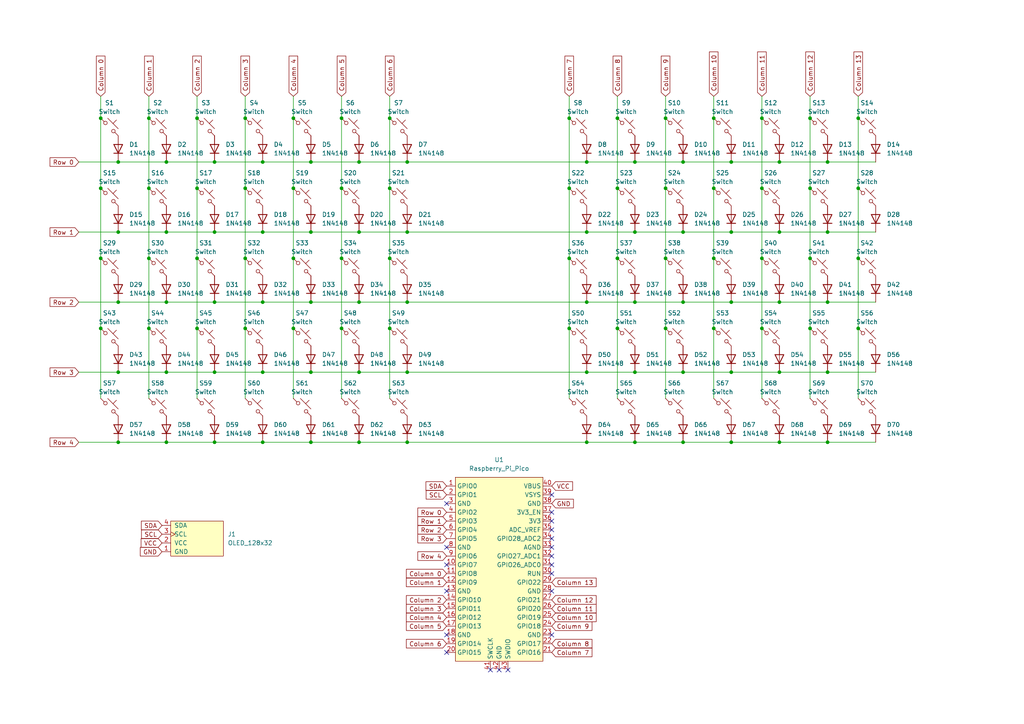
<source format=kicad_sch>
(kicad_sch (version 20230121) (generator eeschema)
  (paper "A4")
  (junction (at 62.23 128.27))
  (junction (at 184.15 107.95))
  (junction (at 234.95 34.29))
  (junction (at 99.06 34.29))
  (junction (at 248.92 54.61))
  (junction (at 43.18 95.25))
  (junction (at 170.18 128.27))
  (junction (at 184.15 67.31))
  (junction (at 220.98 74.93))
  (junction (at 198.12 107.95))
  (junction (at 234.95 95.25))
  (junction (at 179.07 34.29))
  (junction (at 104.14 107.95))
  (junction (at 43.18 34.29))
  (junction (at 212.09 128.27))
  (junction (at 104.14 67.31))
  (junction (at 48.26 107.95))
  (junction (at 48.26 87.63))
  (junction (at 234.95 74.93))
  (junction (at 240.03 87.63))
  (junction (at 57.15 74.93))
  (junction (at 34.29 46.99))
  (junction (at 118.11 46.99))
  (junction (at 118.11 67.31))
  (junction (at 179.07 95.25))
  (junction (at 43.18 54.61))
  (junction (at 193.04 34.29))
  (junction (at 104.14 128.27))
  (junction (at 193.04 54.61))
  (junction (at 90.17 87.63))
  (junction (at 240.03 128.27))
  (junction (at 165.1 95.25))
  (junction (at 220.98 54.61))
  (junction (at 29.21 34.29))
  (junction (at 240.03 67.31))
  (junction (at 240.03 107.95))
  (junction (at 240.03 46.99))
  (junction (at 184.15 128.27))
  (junction (at 48.26 46.99))
  (junction (at 226.06 87.63))
  (junction (at 207.01 54.61))
  (junction (at 226.06 67.31))
  (junction (at 99.06 74.93))
  (junction (at 165.1 74.93))
  (junction (at 76.2 67.31))
  (junction (at 198.12 87.63))
  (junction (at 34.29 128.27))
  (junction (at 170.18 87.63))
  (junction (at 207.01 95.25))
  (junction (at 220.98 34.29))
  (junction (at 198.12 67.31))
  (junction (at 62.23 87.63))
  (junction (at 118.11 107.95))
  (junction (at 62.23 46.99))
  (junction (at 29.21 95.25))
  (junction (at 34.29 67.31))
  (junction (at 179.07 74.93))
  (junction (at 76.2 107.95))
  (junction (at 226.06 128.27))
  (junction (at 234.95 54.61))
  (junction (at 90.17 107.95))
  (junction (at 198.12 46.99))
  (junction (at 207.01 74.93))
  (junction (at 170.18 107.95))
  (junction (at 193.04 95.25))
  (junction (at 198.12 128.27))
  (junction (at 104.14 46.99))
  (junction (at 85.09 74.93))
  (junction (at 104.14 87.63))
  (junction (at 57.15 95.25))
  (junction (at 165.1 34.29))
  (junction (at 90.17 46.99))
  (junction (at 226.06 46.99))
  (junction (at 57.15 54.61))
  (junction (at 48.26 128.27))
  (junction (at 90.17 128.27))
  (junction (at 76.2 46.99))
  (junction (at 184.15 87.63))
  (junction (at 212.09 107.95))
  (junction (at 113.03 95.25))
  (junction (at 29.21 54.61))
  (junction (at 113.03 54.61))
  (junction (at 193.04 74.93))
  (junction (at 170.18 67.31))
  (junction (at 165.1 54.61))
  (junction (at 113.03 34.29))
  (junction (at 71.12 74.93))
  (junction (at 179.07 54.61))
  (junction (at 71.12 54.61))
  (junction (at 113.03 74.93))
  (junction (at 118.11 128.27))
  (junction (at 248.92 95.25))
  (junction (at 90.17 67.31))
  (junction (at 62.23 67.31))
  (junction (at 248.92 74.93))
  (junction (at 34.29 87.63))
  (junction (at 57.15 34.29))
  (junction (at 212.09 87.63))
  (junction (at 248.92 34.29))
  (junction (at 71.12 34.29))
  (junction (at 212.09 46.99))
  (junction (at 85.09 34.29))
  (junction (at 226.06 107.95))
  (junction (at 85.09 95.25))
  (junction (at 76.2 128.27))
  (junction (at 118.11 87.63))
  (junction (at 34.29 107.95))
  (junction (at 212.09 67.31))
  (junction (at 85.09 54.61))
  (junction (at 62.23 107.95))
  (junction (at 99.06 95.25))
  (junction (at 207.01 34.29))
  (junction (at 71.12 95.25))
  (junction (at 220.98 95.25))
  (junction (at 99.06 54.61))
  (junction (at 76.2 87.63))
  (junction (at 29.21 74.93))
  (junction (at 184.15 46.99))
  (junction (at 170.18 46.99))
  (junction (at 43.18 74.93))
  (junction (at 48.26 67.31))
  (no_connect (at 160.02 143.51))
  (no_connect (at 160.02 163.83))
  (no_connect (at 129.54 146.05))
  (no_connect (at 144.78 194.31))
  (no_connect (at 147.32 194.31))
  (no_connect (at 129.54 189.23))
  (no_connect (at 160.02 171.45))
  (no_connect (at 160.02 158.75))
  (no_connect (at 142.24 194.31))
  (no_connect (at 160.02 148.59))
  (no_connect (at 129.54 163.83))
  (no_connect (at 160.02 166.37))
  (no_connect (at 160.02 184.15))
  (no_connect (at 129.54 171.45))
  (no_connect (at 160.02 153.67))
  (no_connect (at 160.02 161.29))
  (no_connect (at 160.02 151.13))
  (no_connect (at 129.54 184.15))
  (no_connect (at 129.54 158.75))
  (no_connect (at 160.02 156.21))
  (wire (pts (xy 118.11 107.95) (xy 170.18 107.95)))
  (wire (pts (xy 198.12 67.31) (xy 212.09 67.31)))
  (wire (pts (xy 212.09 87.63) (xy 226.06 87.63)))
  (wire (pts (xy 165.1 27.94) (xy 165.1 34.29)))
  (wire (pts (xy 248.92 74.93) (xy 248.92 95.25)))
  (wire (pts (xy 76.2 107.95) (xy 90.17 107.95)))
  (wire (pts (xy 43.18 74.93) (xy 43.18 95.25)))
  (wire (pts (xy 34.29 46.99) (xy 48.26 46.99)))
  (wire (pts (xy 248.92 34.29) (xy 248.92 54.61)))
  (wire (pts (xy 57.15 27.94) (xy 57.15 34.29)))
  (wire (pts (xy 99.06 54.61) (xy 99.06 74.93)))
  (wire (pts (xy 113.03 54.61) (xy 113.03 74.93)))
  (wire (pts (xy 170.18 107.95) (xy 184.15 107.95)))
  (wire (pts (xy 76.2 46.99) (xy 90.17 46.99)))
  (wire (pts (xy 99.06 74.93) (xy 99.06 95.25)))
  (wire (pts (xy 226.06 46.99) (xy 240.03 46.99)))
  (wire (pts (xy 179.07 34.29) (xy 179.07 54.61)))
  (wire (pts (xy 43.18 27.94) (xy 43.18 34.29)))
  (wire (pts (xy 212.09 67.31) (xy 226.06 67.31)))
  (wire (pts (xy 34.29 67.31) (xy 48.26 67.31)))
  (wire (pts (xy 34.29 107.95) (xy 48.26 107.95)))
  (wire (pts (xy 226.06 107.95) (xy 240.03 107.95)))
  (wire (pts (xy 198.12 87.63) (xy 212.09 87.63)))
  (wire (pts (xy 184.15 107.95) (xy 198.12 107.95)))
  (wire (pts (xy 226.06 67.31) (xy 240.03 67.31)))
  (wire (pts (xy 207.01 27.94) (xy 207.01 34.29)))
  (wire (pts (xy 85.09 74.93) (xy 85.09 95.25)))
  (wire (pts (xy 220.98 34.29) (xy 220.98 54.61)))
  (wire (pts (xy 90.17 67.31) (xy 104.14 67.31)))
  (wire (pts (xy 118.11 46.99) (xy 170.18 46.99)))
  (wire (pts (xy 85.09 54.61) (xy 85.09 74.93)))
  (wire (pts (xy 170.18 46.99) (xy 184.15 46.99)))
  (wire (pts (xy 207.01 95.25) (xy 207.01 115.57)))
  (wire (pts (xy 22.86 67.31) (xy 34.29 67.31)))
  (wire (pts (xy 85.09 95.25) (xy 85.09 115.57)))
  (wire (pts (xy 234.95 95.25) (xy 234.95 115.57)))
  (wire (pts (xy 179.07 95.25) (xy 179.07 115.57)))
  (wire (pts (xy 118.11 128.27) (xy 170.18 128.27)))
  (wire (pts (xy 29.21 74.93) (xy 29.21 95.25)))
  (wire (pts (xy 90.17 107.95) (xy 104.14 107.95)))
  (wire (pts (xy 234.95 34.29) (xy 234.95 54.61)))
  (wire (pts (xy 207.01 34.29) (xy 207.01 54.61)))
  (wire (pts (xy 118.11 67.31) (xy 170.18 67.31)))
  (wire (pts (xy 99.06 34.29) (xy 99.06 54.61)))
  (wire (pts (xy 71.12 27.94) (xy 71.12 34.29)))
  (wire (pts (xy 179.07 74.93) (xy 179.07 95.25)))
  (wire (pts (xy 62.23 67.31) (xy 76.2 67.31)))
  (wire (pts (xy 29.21 27.94) (xy 29.21 34.29)))
  (wire (pts (xy 226.06 128.27) (xy 240.03 128.27)))
  (wire (pts (xy 240.03 67.31) (xy 254 67.31)))
  (wire (pts (xy 76.2 87.63) (xy 90.17 87.63)))
  (wire (pts (xy 212.09 128.27) (xy 226.06 128.27)))
  (wire (pts (xy 220.98 27.94) (xy 220.98 34.29)))
  (wire (pts (xy 113.03 95.25) (xy 113.03 115.57)))
  (wire (pts (xy 48.26 46.99) (xy 62.23 46.99)))
  (wire (pts (xy 104.14 67.31) (xy 118.11 67.31)))
  (wire (pts (xy 212.09 46.99) (xy 226.06 46.99)))
  (wire (pts (xy 165.1 54.61) (xy 165.1 74.93)))
  (wire (pts (xy 220.98 74.93) (xy 220.98 95.25)))
  (wire (pts (xy 104.14 46.99) (xy 118.11 46.99)))
  (wire (pts (xy 165.1 95.25) (xy 165.1 115.57)))
  (wire (pts (xy 118.11 87.63) (xy 170.18 87.63)))
  (wire (pts (xy 240.03 87.63) (xy 254 87.63)))
  (wire (pts (xy 220.98 54.61) (xy 220.98 74.93)))
  (wire (pts (xy 71.12 95.25) (xy 71.12 115.57)))
  (wire (pts (xy 22.86 128.27) (xy 34.29 128.27)))
  (wire (pts (xy 113.03 74.93) (xy 113.03 95.25)))
  (wire (pts (xy 248.92 27.94) (xy 248.92 34.29)))
  (wire (pts (xy 22.86 87.63) (xy 34.29 87.63)))
  (wire (pts (xy 240.03 128.27) (xy 254 128.27)))
  (wire (pts (xy 62.23 87.63) (xy 76.2 87.63)))
  (wire (pts (xy 179.07 27.94) (xy 179.07 34.29)))
  (wire (pts (xy 113.03 34.29) (xy 113.03 54.61)))
  (wire (pts (xy 43.18 34.29) (xy 43.18 54.61)))
  (wire (pts (xy 90.17 46.99) (xy 104.14 46.99)))
  (wire (pts (xy 198.12 107.95) (xy 212.09 107.95)))
  (wire (pts (xy 193.04 34.29) (xy 193.04 54.61)))
  (wire (pts (xy 104.14 87.63) (xy 118.11 87.63)))
  (wire (pts (xy 85.09 34.29) (xy 85.09 54.61)))
  (wire (pts (xy 184.15 67.31) (xy 198.12 67.31)))
  (wire (pts (xy 179.07 54.61) (xy 179.07 74.93)))
  (wire (pts (xy 22.86 107.95) (xy 34.29 107.95)))
  (wire (pts (xy 62.23 107.95) (xy 76.2 107.95)))
  (wire (pts (xy 193.04 95.25) (xy 193.04 115.57)))
  (wire (pts (xy 43.18 95.25) (xy 43.18 115.57)))
  (wire (pts (xy 48.26 128.27) (xy 62.23 128.27)))
  (wire (pts (xy 113.03 27.94) (xy 113.03 34.29)))
  (wire (pts (xy 99.06 95.25) (xy 99.06 115.57)))
  (wire (pts (xy 234.95 54.61) (xy 234.95 74.93)))
  (wire (pts (xy 85.09 27.94) (xy 85.09 34.29)))
  (wire (pts (xy 248.92 95.25) (xy 248.92 115.57)))
  (wire (pts (xy 184.15 46.99) (xy 198.12 46.99)))
  (wire (pts (xy 240.03 46.99) (xy 254 46.99)))
  (wire (pts (xy 198.12 46.99) (xy 212.09 46.99)))
  (wire (pts (xy 57.15 95.25) (xy 57.15 115.57)))
  (wire (pts (xy 248.92 54.61) (xy 248.92 74.93)))
  (wire (pts (xy 193.04 27.94) (xy 193.04 34.29)))
  (wire (pts (xy 184.15 128.27) (xy 198.12 128.27)))
  (wire (pts (xy 226.06 87.63) (xy 240.03 87.63)))
  (wire (pts (xy 207.01 54.61) (xy 207.01 74.93)))
  (wire (pts (xy 212.09 107.95) (xy 226.06 107.95)))
  (wire (pts (xy 240.03 107.95) (xy 254 107.95)))
  (wire (pts (xy 57.15 74.93) (xy 57.15 95.25)))
  (wire (pts (xy 184.15 87.63) (xy 198.12 87.63)))
  (wire (pts (xy 22.86 46.99) (xy 34.29 46.99)))
  (wire (pts (xy 29.21 34.29) (xy 29.21 54.61)))
  (wire (pts (xy 62.23 128.27) (xy 76.2 128.27)))
  (wire (pts (xy 170.18 128.27) (xy 184.15 128.27)))
  (wire (pts (xy 57.15 54.61) (xy 57.15 74.93)))
  (wire (pts (xy 104.14 128.27) (xy 118.11 128.27)))
  (wire (pts (xy 165.1 34.29) (xy 165.1 54.61)))
  (wire (pts (xy 207.01 74.93) (xy 207.01 95.25)))
  (wire (pts (xy 198.12 128.27) (xy 212.09 128.27)))
  (wire (pts (xy 48.26 87.63) (xy 62.23 87.63)))
  (wire (pts (xy 193.04 54.61) (xy 193.04 74.93)))
  (wire (pts (xy 193.04 74.93) (xy 193.04 95.25)))
  (wire (pts (xy 48.26 107.95) (xy 62.23 107.95)))
  (wire (pts (xy 90.17 128.27) (xy 104.14 128.27)))
  (wire (pts (xy 165.1 74.93) (xy 165.1 95.25)))
  (wire (pts (xy 170.18 67.31) (xy 184.15 67.31)))
  (wire (pts (xy 76.2 128.27) (xy 90.17 128.27)))
  (wire (pts (xy 71.12 74.93) (xy 71.12 95.25)))
  (wire (pts (xy 62.23 46.99) (xy 76.2 46.99)))
  (wire (pts (xy 71.12 54.61) (xy 71.12 74.93)))
  (wire (pts (xy 76.2 67.31) (xy 90.17 67.31)))
  (wire (pts (xy 57.15 34.29) (xy 57.15 54.61)))
  (wire (pts (xy 29.21 54.61) (xy 29.21 74.93)))
  (wire (pts (xy 29.21 95.25) (xy 29.21 115.57)))
  (wire (pts (xy 48.26 67.31) (xy 62.23 67.31)))
  (wire (pts (xy 71.12 34.29) (xy 71.12 54.61)))
  (wire (pts (xy 90.17 87.63) (xy 104.14 87.63)))
  (wire (pts (xy 43.18 54.61) (xy 43.18 74.93)))
  (wire (pts (xy 34.29 87.63) (xy 48.26 87.63)))
  (wire (pts (xy 234.95 27.94) (xy 234.95 34.29)))
  (wire (pts (xy 234.95 74.93) (xy 234.95 95.25)))
  (wire (pts (xy 34.29 128.27) (xy 48.26 128.27)))
  (wire (pts (xy 104.14 107.95) (xy 118.11 107.95)))
  (wire (pts (xy 170.18 87.63) (xy 184.15 87.63)))
  (wire (pts (xy 99.06 27.94) (xy 99.06 34.29)))
  (wire (pts (xy 220.98 95.25) (xy 220.98 115.57)))
  (global_label "Column 1" (shape input) (at 43.18 27.94 90) (property "Intersheetrefs" "${INTERSHEET_REFS}" (effects hide)))
  (global_label "Column 5" (shape input) (at 129.54 181.61 180) (property "Intersheetrefs" "${INTERSHEET_REFS}" (effects hide)))
  (global_label "Column 7" (shape input) (at 160.02 189.23 0) (property "Intersheetrefs" "${INTERSHEET_REFS}" (effects hide)))
  (global_label "Column 2" (shape input) (at 129.54 173.99 180) (property "Intersheetrefs" "${INTERSHEET_REFS}" (effects hide)))
  (global_label "Row 1" (shape input) (at 22.86 67.31 180) (property "Intersheetrefs" "${INTERSHEET_REFS}" (effects hide)))
  (global_label "Column 0" (shape input) (at 29.21 27.94 90) (property "Intersheetrefs" "${INTERSHEET_REFS}" (effects hide)))
  (global_label "Column 12" (shape input) (at 160.02 173.99 0) (property "Intersheetrefs" "${INTERSHEET_REFS}" (effects hide)))
  (global_label "Row 1" (shape input) (at 129.54 151.13 180) (property "Intersheetrefs" "${INTERSHEET_REFS}" (effects hide)))
  (global_label "Column 13" (shape input) (at 160.02 168.91 0) (property "Intersheetrefs" "${INTERSHEET_REFS}" (effects hide)))
  (global_label "VCC" (shape input) (at 46.99 157.48 180) (property "Intersheetrefs" "${INTERSHEET_REFS}" (effects hide)))
  (global_label "Column 4" (shape input) (at 85.09 27.94 90) (property "Intersheetrefs" "${INTERSHEET_REFS}" (effects hide)))
  (global_label "Column 13" (shape input) (at 248.92 27.94 90) (property "Intersheetrefs" "${INTERSHEET_REFS}" (effects hide)))
  (global_label "Column 0" (shape input) (at 129.54 166.37 180) (property "Intersheetrefs" "${INTERSHEET_REFS}" (effects hide)))
  (global_label "Row 4" (shape input) (at 22.86 128.27 180) (property "Intersheetrefs" "${INTERSHEET_REFS}" (effects hide)))
  (global_label "Column 6" (shape input) (at 129.54 186.69 180) (property "Intersheetrefs" "${INTERSHEET_REFS}" (effects hide)))
  (global_label "Column 2" (shape input) (at 57.15 27.94 90) (property "Intersheetrefs" "${INTERSHEET_REFS}" (effects hide)))
  (global_label "Row 0" (shape input) (at 129.54 148.59 180) (property "Intersheetrefs" "${INTERSHEET_REFS}" (effects hide)))
  (global_label "Column 1" (shape input) (at 129.54 168.91 180) (property "Intersheetrefs" "${INTERSHEET_REFS}" (effects hide)))
  (global_label "VCC" (shape input) (at 160.02 140.97 0) (property "Intersheetrefs" "${INTERSHEET_REFS}" (effects hide)))
  (global_label "Row 3" (shape input) (at 129.54 156.21 180) (property "Intersheetrefs" "${INTERSHEET_REFS}" (effects hide)))
  (global_label "Column 10" (shape input) (at 207.01 27.94 90) (property "Intersheetrefs" "${INTERSHEET_REFS}" (effects hide)))
  (global_label "Column 4" (shape input) (at 129.54 179.07 180) (property "Intersheetrefs" "${INTERSHEET_REFS}" (effects hide)))
  (global_label "Row 2" (shape input) (at 129.54 153.67 180) (property "Intersheetrefs" "${INTERSHEET_REFS}" (effects hide)))
  (global_label "SCL" (shape input) (at 129.54 143.51 180) (property "Intersheetrefs" "${INTERSHEET_REFS}" (effects hide)))
  (global_label "GND" (shape input) (at 160.02 146.05 0) (property "Intersheetrefs" "${INTERSHEET_REFS}" (effects hide)))
  (global_label "Column 3" (shape input) (at 129.54 176.53 180) (property "Intersheetrefs" "${INTERSHEET_REFS}" (effects hide)))
  (global_label "Column 7" (shape input) (at 165.1 27.94 90) (property "Intersheetrefs" "${INTERSHEET_REFS}" (effects hide)))
  (global_label "Column 9" (shape input) (at 193.04 27.94 90) (property "Intersheetrefs" "${INTERSHEET_REFS}" (effects hide)))
  (global_label "Row 4" (shape input) (at 129.54 161.29 180) (property "Intersheetrefs" "${INTERSHEET_REFS}" (effects hide)))
  (global_label "Column 8" (shape input) (at 160.02 186.69 0) (property "Intersheetrefs" "${INTERSHEET_REFS}" (effects hide)))
  (global_label "Column 6" (shape input) (at 113.03 27.94 90) (property "Intersheetrefs" "${INTERSHEET_REFS}" (effects hide)))
  (global_label "Column 10" (shape input) (at 160.02 179.07 0) (property "Intersheetrefs" "${INTERSHEET_REFS}" (effects hide)))
  (global_label "Column 3" (shape input) (at 71.12 27.94 90) (property "Intersheetrefs" "${INTERSHEET_REFS}" (effects hide)))
  (global_label "Column 12" (shape input) (at 234.95 27.94 90) (property "Intersheetrefs" "${INTERSHEET_REFS}" (effects hide)))
  (global_label "SDA" (shape input) (at 46.99 152.4 180) (property "Intersheetrefs" "${INTERSHEET_REFS}" (effects hide)))
  (global_label "SCL" (shape input) (at 46.99 154.94 180) (property "Intersheetrefs" "${INTERSHEET_REFS}" (effects hide)))
  (global_label "Column 11" (shape input) (at 160.02 176.53 0) (property "Intersheetrefs" "${INTERSHEET_REFS}" (effects hide)))
  (global_label "Column 9" (shape input) (at 160.02 181.61 0) (property "Intersheetrefs" "${INTERSHEET_REFS}" (effects hide)))
  (global_label "Column 5" (shape input) (at 99.06 27.94 90) (property "Intersheetrefs" "${INTERSHEET_REFS}" (effects hide)))
  (global_label "Row 0" (shape input) (at 22.86 46.99 180) (property "Intersheetrefs" "${INTERSHEET_REFS}" (effects hide)))
  (global_label "Column 8" (shape input) (at 179.07 27.94 90) (property "Intersheetrefs" "${INTERSHEET_REFS}" (effects hide)))
  (global_label "Row 3" (shape input) (at 22.86 107.95 180) (property "Intersheetrefs" "${INTERSHEET_REFS}" (effects hide)))
  (global_label "SDA" (shape input) (at 129.54 140.97 180) (property "Intersheetrefs" "${INTERSHEET_REFS}" (effects hide)))
  (global_label "Row 2" (shape input) (at 22.86 87.63 180) (property "Intersheetrefs" "${INTERSHEET_REFS}" (effects hide)))
  (global_label "GND" (shape input) (at 46.99 160.02 180) (property "Intersheetrefs" "${INTERSHEET_REFS}" (effects hide)))
  (global_label "Column 11" (shape input) (at 220.98 27.94 90) (property "Intersheetrefs" "${INTERSHEET_REFS}" (effects hide)))
  (symbol (lib_id "ScottoKeebs:Diode") (at 198.12 83.82 90) (unit 1)
    (property "Reference" "D38" (at 201.295 82.55 90) (effects (justify right)))
    (property "Value" "1N4148" (at 201.295 85.09 90) (effects (justify right)))
    (property "Footprint" "ScottoKeebs_Components:Diode_DO-35" (effects hide))
    (property "Sim.Device" "D" (effects hide))
    (property "Sim.Pins" "1=K 2=A" (effects hide))
  )
  (symbol (lib_id "ScottoKeebs:Switch") (at 209.55 36.83 0) (unit 1)
    (property "Reference" "S11" (at 209.55 29.845 0))
    (property "Value" "Switch" (at 209.55 32.385 0))
    (property "Footprint" "ScottoKeebs_Hotswap:Hotswap_MX_1.00u" (effects hide))
  )
  (symbol (lib_id "ScottoKeebs:Diode") (at 198.12 104.14 90) (unit 1)
    (property "Reference" "D52" (at 201.295 102.87 90) (effects (justify right)))
    (property "Value" "1N4148" (at 201.295 105.41 90) (effects (justify right)))
    (property "Footprint" "ScottoKeebs_Components:Diode_DO-35" (effects hide))
    (property "Sim.Device" "D" (effects hide))
    (property "Sim.Pins" "1=K 2=A" (effects hide))
  )
  (symbol (lib_id "ScottoKeebs:Switch") (at 181.61 36.83 0) (unit 1)
    (property "Reference" "S9" (at 181.61 29.845 0))
    (property "Value" "Switch" (at 181.61 32.385 0))
    (property "Footprint" "ScottoKeebs_Hotswap:Hotswap_MX_1.00u" (effects hide))
  )
  (symbol (lib_id "ScottoKeebs:Diode") (at 62.23 104.14 90) (unit 1)
    (property "Reference" "D45" (at 65.405 102.87 90) (effects (justify right)))
    (property "Value" "1N4148" (at 65.405 105.41 90) (effects (justify right)))
    (property "Footprint" "ScottoKeebs_Components:Diode_DO-35" (effects hide))
    (property "Sim.Device" "D" (effects hide))
    (property "Sim.Pins" "1=K 2=A" (effects hide))
  )
  (symbol (lib_id "ScottoKeebs:Switch") (at 31.75 57.15 0) (unit 1)
    (property "Reference" "S15" (at 31.75 50.165 0))
    (property "Value" "Switch" (at 31.75 52.705 0))
    (property "Footprint" "ScottoKeebs_Hotswap:Hotswap_MX_1.00u" (effects hide))
  )
  (symbol (lib_id "ScottoKeebs:Diode") (at 212.09 104.14 90) (unit 1)
    (property "Reference" "D53" (at 215.265 102.87 90) (effects (justify right)))
    (property "Value" "1N4148" (at 215.265 105.41 90) (effects (justify right)))
    (property "Footprint" "ScottoKeebs_Components:Diode_DO-35" (effects hide))
    (property "Sim.Device" "D" (effects hide))
    (property "Sim.Pins" "1=K 2=A" (effects hide))
  )
  (symbol (lib_id "ScottoKeebs:Diode") (at 48.26 124.46 90) (unit 1)
    (property "Reference" "D58" (at 51.435 123.19 90) (effects (justify right)))
    (property "Value" "1N4148" (at 51.435 125.73 90) (effects (justify right)))
    (property "Footprint" "ScottoKeebs_Components:Diode_DO-35" (effects hide))
    (property "Sim.Device" "D" (effects hide))
    (property "Sim.Pins" "1=K 2=A" (effects hide))
  )
  (symbol (lib_id "ScottoKeebs:Switch") (at 59.69 77.47 0) (unit 1)
    (property "Reference" "S31" (at 59.69 70.485 0))
    (property "Value" "Switch" (at 59.69 73.025 0))
    (property "Footprint" "ScottoKeebs_Hotswap:Hotswap_MX_1.00u" (effects hide))
  )
  (symbol (lib_id "ScottoKeebs:Switch") (at 115.57 97.79 0) (unit 1)
    (property "Reference" "S49" (at 115.57 90.805 0))
    (property "Value" "Switch" (at 115.57 93.345 0))
    (property "Footprint" "ScottoKeebs_Hotswap:Hotswap_MX_1.00u" (effects hide))
  )
  (symbol (lib_id "ScottoKeebs:Switch") (at 209.55 97.79 0) (unit 1)
    (property "Reference" "S53" (at 209.55 90.805 0))
    (property "Value" "Switch" (at 209.55 93.345 0))
    (property "Footprint" "ScottoKeebs_Hotswap:Hotswap_MX_1.00u" (effects hide))
  )
  (symbol (lib_id "ScottoKeebs:Diode") (at 198.12 43.18 90) (unit 1)
    (property "Reference" "D10" (at 201.295 41.91 90) (effects (justify right)))
    (property "Value" "1N4148" (at 201.295 44.45 90) (effects (justify right)))
    (property "Footprint" "ScottoKeebs_Components:Diode_DO-35" (effects hide))
    (property "Sim.Device" "D" (effects hide))
    (property "Sim.Pins" "1=K 2=A" (effects hide))
  )
  (symbol (lib_id "ScottoKeebs:Diode") (at 62.23 83.82 90) (unit 1)
    (property "Reference" "D31" (at 65.405 82.55 90) (effects (justify right)))
    (property "Value" "1N4148" (at 65.405 85.09 90) (effects (justify right)))
    (property "Footprint" "ScottoKeebs_Components:Diode_DO-35" (effects hide))
    (property "Sim.Device" "D" (effects hide))
    (property "Sim.Pins" "1=K 2=A" (effects hide))
  )
  (symbol (lib_id "ScottoKeebs:Switch") (at 87.63 97.79 0) (unit 1)
    (property "Reference" "S47" (at 87.63 90.805 0))
    (property "Value" "Switch" (at 87.63 93.345 0))
    (property "Footprint" "ScottoKeebs_Hotswap:Hotswap_MX_1.00u" (effects hide))
  )
  (symbol (lib_id "ScottoKeebs:Switch") (at 101.6 77.47 0) (unit 1)
    (property "Reference" "S34" (at 101.6 70.485 0))
    (property "Value" "Switch" (at 101.6 73.025 0))
    (property "Footprint" "ScottoKeebs_Hotswap:Hotswap_MX_1.00u" (effects hide))
  )
  (symbol (lib_id "ScottoKeebs:Switch") (at 73.66 118.11 0) (unit 1)
    (property "Reference" "S60" (at 73.66 111.125 0))
    (property "Value" "Switch" (at 73.66 113.665 0))
    (property "Footprint" "ScottoKeebs_Hotswap:Hotswap_MX_1.00u" (effects hide))
  )
  (symbol (lib_id "ScottoKeebs:Diode") (at 90.17 83.82 90) (unit 1)
    (property "Reference" "D33" (at 93.345 82.55 90) (effects (justify right)))
    (property "Value" "1N4148" (at 93.345 85.09 90) (effects (justify right)))
    (property "Footprint" "ScottoKeebs_Components:Diode_DO-35" (effects hide))
    (property "Sim.Device" "D" (effects hide))
    (property "Sim.Pins" "1=K 2=A" (effects hide))
  )
  (symbol (lib_id "ScottoKeebs:Switch") (at 45.72 77.47 0) (unit 1)
    (property "Reference" "S30" (at 45.72 70.485 0))
    (property "Value" "Switch" (at 45.72 73.025 0))
    (property "Footprint" "ScottoKeebs_Hotswap:Hotswap_MX_1.00u" (effects hide))
  )
  (symbol (lib_id "ScottoKeebs:Diode") (at 118.11 124.46 90) (unit 1)
    (property "Reference" "D63" (at 121.285 123.19 90) (effects (justify right)))
    (property "Value" "1N4148" (at 121.285 125.73 90) (effects (justify right)))
    (property "Footprint" "ScottoKeebs_Components:Diode_DO-35" (effects hide))
    (property "Sim.Device" "D" (effects hide))
    (property "Sim.Pins" "1=K 2=A" (effects hide))
  )
  (symbol (lib_id "ScottoKeebs:Diode") (at 104.14 104.14 90) (unit 1)
    (property "Reference" "D48" (at 107.315 102.87 90) (effects (justify right)))
    (property "Value" "1N4148" (at 107.315 105.41 90) (effects (justify right)))
    (property "Footprint" "ScottoKeebs_Components:Diode_DO-35" (effects hide))
    (property "Sim.Device" "D" (effects hide))
    (property "Sim.Pins" "1=K 2=A" (effects hide))
  )
  (symbol (lib_id "ScottoKeebs:Diode") (at 212.09 63.5 90) (unit 1)
    (property "Reference" "D25" (at 215.265 62.23 90) (effects (justify right)))
    (property "Value" "1N4148" (at 215.265 64.77 90) (effects (justify right)))
    (property "Footprint" "ScottoKeebs_Components:Diode_DO-35" (effects hide))
    (property "Sim.Device" "D" (effects hide))
    (property "Sim.Pins" "1=K 2=A" (effects hide))
  )
  (symbol (lib_id "ScottoKeebs:Switch") (at 223.52 97.79 0) (unit 1)
    (property "Reference" "S54" (at 223.52 90.805 0))
    (property "Value" "Switch" (at 223.52 93.345 0))
    (property "Footprint" "ScottoKeebs_Hotswap:Hotswap_MX_1.00u" (effects hide))
  )
  (symbol (lib_id "ScottoKeebs:Switch") (at 101.6 118.11 0) (unit 1)
    (property "Reference" "S62" (at 101.6 111.125 0))
    (property "Value" "Switch" (at 101.6 113.665 0))
    (property "Footprint" "ScottoKeebs_Hotswap:Hotswap_MX_1.00u" (effects hide))
  )
  (symbol (lib_id "ScottoKeebs:Switch") (at 195.58 36.83 0) (unit 1)
    (property "Reference" "S10" (at 195.58 29.845 0))
    (property "Value" "Switch" (at 195.58 32.385 0))
    (property "Footprint" "ScottoKeebs_Hotswap:Hotswap_MX_1.00u" (effects hide))
  )
  (symbol (lib_id "ScottoKeebs:Diode") (at 90.17 104.14 90) (unit 1)
    (property "Reference" "D47" (at 93.345 102.87 90) (effects (justify right)))
    (property "Value" "1N4148" (at 93.345 105.41 90) (effects (justify right)))
    (property "Footprint" "ScottoKeebs_Components:Diode_DO-35" (effects hide))
    (property "Sim.Device" "D" (effects hide))
    (property "Sim.Pins" "1=K 2=A" (effects hide))
  )
  (symbol (lib_id "ScottoKeebs:Diode") (at 226.06 43.18 90) (unit 1)
    (property "Reference" "D12" (at 229.235 41.91 90) (effects (justify right)))
    (property "Value" "1N4148" (at 229.235 44.45 90) (effects (justify right)))
    (property "Footprint" "ScottoKeebs_Components:Diode_DO-35" (effects hide))
    (property "Sim.Device" "D" (effects hide))
    (property "Sim.Pins" "1=K 2=A" (effects hide))
  )
  (symbol (lib_id "ScottoKeebs:Switch") (at 73.66 97.79 0) (unit 1)
    (property "Reference" "S46" (at 73.66 90.805 0))
    (property "Value" "Switch" (at 73.66 93.345 0))
    (property "Footprint" "ScottoKeebs_Hotswap:Hotswap_MX_1.00u" (effects hide))
  )
  (symbol (lib_id "ScottoKeebs:Diode") (at 104.14 63.5 90) (unit 1)
    (property "Reference" "D20" (at 107.315 62.23 90) (effects (justify right)))
    (property "Value" "1N4148" (at 107.315 64.77 90) (effects (justify right)))
    (property "Footprint" "ScottoKeebs_Components:Diode_DO-35" (effects hide))
    (property "Sim.Device" "D" (effects hide))
    (property "Sim.Pins" "1=K 2=A" (effects hide))
  )
  (symbol (lib_id "ScottoKeebs:Switch") (at 195.58 118.11 0) (unit 1)
    (property "Reference" "S66" (at 195.58 111.125 0))
    (property "Value" "Switch" (at 195.58 113.665 0))
    (property "Footprint" "ScottoKeebs_Hotswap:Hotswap_MX_1.00u" (effects hide))
  )
  (symbol (lib_id "ScottoKeebs:Switch") (at 237.49 97.79 0) (unit 1)
    (property "Reference" "S55" (at 237.49 90.805 0))
    (property "Value" "Switch" (at 237.49 93.345 0))
    (property "Footprint" "ScottoKeebs_Hotswap:Hotswap_MX_1.00u" (effects hide))
  )
  (symbol (lib_id "ScottoKeebs:Diode") (at 62.23 124.46 90) (unit 1)
    (property "Reference" "D59" (at 65.405 123.19 90) (effects (justify right)))
    (property "Value" "1N4148" (at 65.405 125.73 90) (effects (justify right)))
    (property "Footprint" "ScottoKeebs_Components:Diode_DO-35" (effects hide))
    (property "Sim.Device" "D" (effects hide))
    (property "Sim.Pins" "1=K 2=A" (effects hide))
  )
  (symbol (lib_id "ScottoKeebs:Diode") (at 34.29 43.18 90) (unit 1)
    (property "Reference" "D1" (at 37.465 41.91 90) (effects (justify right)))
    (property "Value" "1N4148" (at 37.465 44.45 90) (effects (justify right)))
    (property "Footprint" "ScottoKeebs_Components:Diode_DO-35" (effects hide))
    (property "Sim.Device" "D" (effects hide))
    (property "Sim.Pins" "1=K 2=A" (effects hide))
  )
  (symbol (lib_id "ScottoKeebs:Switch") (at 251.46 97.79 0) (unit 1)
    (property "Reference" "S56" (at 251.46 90.805 0))
    (property "Value" "Switch" (at 251.46 93.345 0))
    (property "Footprint" "ScottoKeebs_Hotswap:Hotswap_MX_1.00u" (effects hide))
  )
  (symbol (lib_id "ScottoKeebs:Switch") (at 251.46 57.15 0) (unit 1)
    (property "Reference" "S28" (at 251.46 50.165 0))
    (property "Value" "Switch" (at 251.46 52.705 0))
    (property "Footprint" "ScottoKeebs_Hotswap:Hotswap_MX_1.00u" (effects hide))
  )
  (symbol (lib_id "ScottoKeebs:Switch") (at 101.6 36.83 0) (unit 1)
    (property "Reference" "S6" (at 101.6 29.845 0))
    (property "Value" "Switch" (at 101.6 32.385 0))
    (property "Footprint" "ScottoKeebs_Hotswap:Hotswap_MX_1.00u" (effects hide))
  )
  (symbol (lib_id "ScottoKeebs:Diode") (at 48.26 104.14 90) (unit 1)
    (property "Reference" "D44" (at 51.435 102.87 90) (effects (justify right)))
    (property "Value" "1N4148" (at 51.435 105.41 90) (effects (justify right)))
    (property "Footprint" "ScottoKeebs_Components:Diode_DO-35" (effects hide))
    (property "Sim.Device" "D" (effects hide))
    (property "Sim.Pins" "1=K 2=A" (effects hide))
  )
  (symbol (lib_id "ScottoKeebs:Diode") (at 34.29 104.14 90) (unit 1)
    (property "Reference" "D43" (at 37.465 102.87 90) (effects (justify right)))
    (property "Value" "1N4148" (at 37.465 105.41 90) (effects (justify right)))
    (property "Footprint" "ScottoKeebs_Components:Diode_DO-35" (effects hide))
    (property "Sim.Device" "D" (effects hide))
    (property "Sim.Pins" "1=K 2=A" (effects hide))
  )
  (symbol (lib_id "ScottoKeebs:Diode") (at 226.06 63.5 90) (unit 1)
    (property "Reference" "D26" (at 229.235 62.23 90) (effects (justify right)))
    (property "Value" "1N4148" (at 229.235 64.77 90) (effects (justify right)))
    (property "Footprint" "ScottoKeebs_Components:Diode_DO-35" (effects hide))
    (property "Sim.Device" "D" (effects hide))
    (property "Sim.Pins" "1=K 2=A" (effects hide))
  )
  (symbol (lib_id "ScottoKeebs:Switch") (at 181.61 57.15 0) (unit 1)
    (property "Reference" "S23" (at 181.61 50.165 0))
    (property "Value" "Switch" (at 181.61 52.705 0))
    (property "Footprint" "ScottoKeebs_Hotswap:Hotswap_MX_1.00u" (effects hide))
  )
  (symbol (lib_id "ScottoKeebs:Diode") (at 240.03 63.5 90) (unit 1)
    (property "Reference" "D27" (at 243.205 62.23 90) (effects (justify right)))
    (property "Value" "1N4148" (at 243.205 64.77 90) (effects (justify right)))
    (property "Footprint" "ScottoKeebs_Components:Diode_DO-35" (effects hide))
    (property "Sim.Device" "D" (effects hide))
    (property "Sim.Pins" "1=K 2=A" (effects hide))
  )
  (symbol (lib_id "ScottoKeebs:Switch") (at 45.72 97.79 0) (unit 1)
    (property "Reference" "S44" (at 45.72 90.805 0))
    (property "Value" "Switch" (at 45.72 93.345 0))
    (property "Footprint" "ScottoKeebs_Hotswap:Hotswap_MX_1.00u" (effects hide))
  )
  (symbol (lib_id "ScottoKeebs:Switch") (at 195.58 77.47 0) (unit 1)
    (property "Reference" "S38" (at 195.58 70.485 0))
    (property "Value" "Switch" (at 195.58 73.025 0))
    (property "Footprint" "ScottoKeebs_Hotswap:Hotswap_MX_1.00u" (effects hide))
  )
  (symbol (lib_id "ScottoKeebs:Switch") (at 195.58 57.15 0) (unit 1)
    (property "Reference" "S24" (at 195.58 50.165 0))
    (property "Value" "Switch" (at 195.58 52.705 0))
    (property "Footprint" "ScottoKeebs_Hotswap:Hotswap_MX_1.00u" (effects hide))
  )
  (symbol (lib_id "ScottoKeebs:Diode") (at 90.17 43.18 90) (unit 1)
    (property "Reference" "D5" (at 93.345 41.91 90) (effects (justify right)))
    (property "Value" "1N4148" (at 93.345 44.45 90) (effects (justify right)))
    (property "Footprint" "ScottoKeebs_Components:Diode_DO-35" (effects hide))
    (property "Sim.Device" "D" (effects hide))
    (property "Sim.Pins" "1=K 2=A" (effects hide))
  )
  (symbol (lib_id "ScottoKeebs:Switch") (at 73.66 77.47 0) (unit 1)
    (property "Reference" "S32" (at 73.66 70.485 0))
    (property "Value" "Switch" (at 73.66 73.025 0))
    (property "Footprint" "ScottoKeebs_Hotswap:Hotswap_MX_1.00u" (effects hide))
  )
  (symbol (lib_id "ScottoKeebs:Switch") (at 45.72 36.83 0) (unit 1)
    (property "Reference" "S2" (at 45.72 29.845 0))
    (property "Value" "Switch" (at 45.72 32.385 0))
    (property "Footprint" "ScottoKeebs_Hotswap:Hotswap_MX_1.00u" (effects hide))
  )
  (symbol (lib_id "ScottoKeebs:Switch") (at 251.46 77.47 0) (unit 1)
    (property "Reference" "S42" (at 251.46 70.485 0))
    (property "Value" "Switch" (at 251.46 73.025 0))
    (property "Footprint" "ScottoKeebs_Hotswap:Hotswap_MX_1.00u" (effects hide))
  )
  (symbol (lib_id "ScottoKeebs:Switch") (at 223.52 77.47 0) (unit 1)
    (property "Reference" "S40" (at 223.52 70.485 0))
    (property "Value" "Switch" (at 223.52 73.025 0))
    (property "Footprint" "ScottoKeebs_Hotswap:Hotswap_MX_1.00u" (effects hide))
  )
  (symbol (lib_id "ScottoKeebs:Diode") (at 254 83.82 90) (unit 1)
    (property "Reference" "D42" (at 257.175 82.55 90) (effects (justify right)))
    (property "Value" "1N4148" (at 257.175 85.09 90) (effects (justify right)))
    (property "Footprint" "ScottoKeebs_Components:Diode_DO-35" (effects hide))
    (property "Sim.Device" "D" (effects hide))
    (property "Sim.Pins" "1=K 2=A" (effects hide))
  )
  (symbol (lib_id "ScottoKeebs:Switch") (at 237.49 57.15 0) (unit 1)
    (property "Reference" "S27" (at 237.49 50.165 0))
    (property "Value" "Switch" (at 237.49 52.705 0))
    (property "Footprint" "ScottoKeebs_Hotswap:Hotswap_MX_1.00u" (effects hide))
  )
  (symbol (lib_id "ScottoKeebs:Diode") (at 240.03 83.82 90) (unit 1)
    (property "Reference" "D41" (at 243.205 82.55 90) (effects (justify right)))
    (property "Value" "1N4148" (at 243.205 85.09 90) (effects (justify right)))
    (property "Footprint" "ScottoKeebs_Components:Diode_DO-35" (effects hide))
    (property "Sim.Device" "D" (effects hide))
    (property "Sim.Pins" "1=K 2=A" (effects hide))
  )
  (symbol (lib_id "ScottoKeebs:Switch") (at 87.63 77.47 0) (unit 1)
    (property "Reference" "S33" (at 87.63 70.485 0))
    (property "Value" "Switch" (at 87.63 73.025 0))
    (property "Footprint" "ScottoKeebs_Hotswap:Hotswap_MX_1.00u" (effects hide))
  )
  (symbol (lib_id "ScottoKeebs:Diode") (at 212.09 124.46 90) (unit 1)
    (property "Reference" "D67" (at 215.265 123.19 90) (effects (justify right)))
    (property "Value" "1N4148" (at 215.265 125.73 90) (effects (justify right)))
    (property "Footprint" "ScottoKeebs_Components:Diode_DO-35" (effects hide))
    (property "Sim.Device" "D" (effects hide))
    (property "Sim.Pins" "1=K 2=A" (effects hide))
  )
  (symbol (lib_id "ScottoKeebs:OLED_128x32") (at 49.53 156.21 0) (unit 1)
    (property "Reference" "J1" (at 66.04 154.94 0) (effects (justify left)))
    (property "Value" "OLED_128x32" (at 66.04 157.48 0) (effects (justify left)))
    (property "Footprint" "ScottoKeebs_Components:OLED_128x32" (effects hide))
  )
  (symbol (lib_id "ScottoKeebs:Diode") (at 34.29 124.46 90) (unit 1)
    (property "Reference" "D57" (at 37.465 123.19 90) (effects (justify right)))
    (property "Value" "1N4148" (at 37.465 125.73 90) (effects (justify right)))
    (property "Footprint" "ScottoKeebs_Components:Diode_DO-35" (effects hide))
    (property "Sim.Device" "D" (effects hide))
    (property "Sim.Pins" "1=K 2=A" (effects hide))
  )
  (symbol (lib_id "ScottoKeebs:Switch") (at 73.66 36.83 0) (unit 1)
    (property "Reference" "S4" (at 73.66 29.845 0))
    (property "Value" "Switch" (at 73.66 32.385 0))
    (property "Footprint" "ScottoKeebs_Hotswap:Hotswap_MX_1.00u" (effects hide))
  )
  (symbol (lib_id "ScottoKeebs:Diode") (at 184.15 63.5 90) (unit 1)
    (property "Reference" "D23" (at 187.325 62.23 90) (effects (justify right)))
    (property "Value" "1N4148" (at 187.325 64.77 90) (effects (justify right)))
    (property "Footprint" "ScottoKeebs_Components:Diode_DO-35" (effects hide))
    (property "Sim.Device" "D" (effects hide))
    (property "Sim.Pins" "1=K 2=A" (effects hide))
  )
  (symbol (lib_id "ScottoKeebs:Diode") (at 76.2 83.82 90) (unit 1)
    (property "Reference" "D32" (at 79.375 82.55 90) (effects (justify right)))
    (property "Value" "1N4148" (at 79.375 85.09 90) (effects (justify right)))
    (property "Footprint" "ScottoKeebs_Components:Diode_DO-35" (effects hide))
    (property "Sim.Device" "D" (effects hide))
    (property "Sim.Pins" "1=K 2=A" (effects hide))
  )
  (symbol (lib_id "ScottoKeebs:Switch") (at 167.64 118.11 0) (unit 1)
    (property "Reference" "S64" (at 167.64 111.125 0))
    (property "Value" "Switch" (at 167.64 113.665 0))
    (property "Footprint" "ScottoKeebs_Hotswap:Hotswap_MX_1.00u" (effects hide))
  )
  (symbol (lib_id "ScottoKeebs:Diode") (at 170.18 43.18 90) (unit 1)
    (property "Reference" "D8" (at 173.355 41.91 90) (effects (justify right)))
    (property "Value" "1N4148" (at 173.355 44.45 90) (effects (justify right)))
    (property "Footprint" "ScottoKeebs_Components:Diode_DO-35" (effects hide))
    (property "Sim.Device" "D" (effects hide))
    (property "Sim.Pins" "1=K 2=A" (effects hide))
  )
  (symbol (lib_id "ScottoKeebs:Switch") (at 115.57 36.83 0) (unit 1)
    (property "Reference" "S7" (at 115.57 29.845 0))
    (property "Value" "Switch" (at 115.57 32.385 0))
    (property "Footprint" "ScottoKeebs_Hotswap:Hotswap_MX_1.00u" (effects hide))
  )
  (symbol (lib_id "ScottoKeebs:Diode") (at 118.11 63.5 90) (unit 1)
    (property "Reference" "D21" (at 121.285 62.23 90) (effects (justify right)))
    (property "Value" "1N4148" (at 121.285 64.77 90) (effects (justify right)))
    (property "Footprint" "ScottoKeebs_Components:Diode_DO-35" (effects hide))
    (property "Sim.Device" "D" (effects hide))
    (property "Sim.Pins" "1=K 2=A" (effects hide))
  )
  (symbol (lib_id "ScottoKeebs:Switch") (at 59.69 36.83 0) (unit 1)
    (property "Reference" "S3" (at 59.69 29.845 0))
    (property "Value" "Switch" (at 59.69 32.385 0))
    (property "Footprint" "ScottoKeebs_Hotswap:Hotswap_MX_1.00u" (effects hide))
  )
  (symbol (lib_id "ScottoKeebs:Switch") (at 181.61 118.11 0) (unit 1)
    (property "Reference" "S65" (at 181.61 111.125 0))
    (property "Value" "Switch" (at 181.61 113.665 0))
    (property "Footprint" "ScottoKeebs_Hotswap:Hotswap_MX_1.00u" (effects hide))
  )
  (symbol (lib_id "ScottoKeebs:Switch") (at 115.57 118.11 0) (unit 1)
    (property "Reference" "S63" (at 115.57 111.125 0))
    (property "Value" "Switch" (at 115.57 113.665 0))
    (property "Footprint" "ScottoKeebs_Hotswap:Hotswap_MX_1.00u" (effects hide))
  )
  (symbol (lib_id "ScottoKeebs:Switch") (at 101.6 97.79 0) (unit 1)
    (property "Reference" "S48" (at 101.6 90.805 0))
    (property "Value" "Switch" (at 101.6 93.345 0))
    (property "Footprint" "ScottoKeebs_Hotswap:Hotswap_MX_1.00u" (effects hide))
  )
  (symbol (lib_id "ScottoKeebs:Diode") (at 254 43.18 90) (unit 1)
    (property "Reference" "D14" (at 257.175 41.91 90) (effects (justify right)))
    (property "Value" "1N4148" (at 257.175 44.45 90) (effects (justify right)))
    (property "Footprint" "ScottoKeebs_Components:Diode_DO-35" (effects hide))
    (property "Sim.Device" "D" (effects hide))
    (property "Sim.Pins" "1=K 2=A" (effects hide))
  )
  (symbol (lib_id "ScottoKeebs:Diode") (at 198.12 124.46 90) (unit 1)
    (property "Reference" "D66" (at 201.295 123.19 90) (effects (justify right)))
    (property "Value" "1N4148" (at 201.295 125.73 90) (effects (justify right)))
    (property "Footprint" "ScottoKeebs_Components:Diode_DO-35" (effects hide))
    (property "Sim.Device" "D" (effects hide))
    (property "Sim.Pins" "1=K 2=A" (effects hide))
  )
  (symbol (lib_id "ScottoKeebs:Switch") (at 87.63 36.83 0) (unit 1)
    (property "Reference" "S5" (at 87.63 29.845 0))
    (property "Value" "Switch" (at 87.63 32.385 0))
    (property "Footprint" "ScottoKeebs_Hotswap:Hotswap_MX_1.00u" (effects hide))
  )
  (symbol (lib_id "ScottoKeebs:Switch") (at 115.57 77.47 0) (unit 1)
    (property "Reference" "S35" (at 115.57 70.485 0))
    (property "Value" "Switch" (at 115.57 73.025 0))
    (property "Footprint" "ScottoKeebs_Hotswap:Hotswap_MX_1.00u" (effects hide))
  )
  (symbol (lib_id "ScottoKeebs:Switch") (at 195.58 97.79 0) (unit 1)
    (property "Reference" "S52" (at 195.58 90.805 0))
    (property "Value" "Switch" (at 195.58 93.345 0))
    (property "Footprint" "ScottoKeebs_Hotswap:Hotswap_MX_1.00u" (effects hide))
  )
  (symbol (lib_id "ScottoKeebs:Diode") (at 212.09 83.82 90) (unit 1)
    (property "Reference" "D39" (at 215.265 82.55 90) (effects (justify right)))
    (property "Value" "1N4148" (at 215.265 85.09 90) (effects (justify right)))
    (property "Footprint" "ScottoKeebs_Components:Diode_DO-35" (effects hide))
    (property "Sim.Device" "D" (effects hide))
    (property "Sim.Pins" "1=K 2=A" (effects hide))
  )
  (symbol (lib_id "ScottoKeebs:Diode") (at 76.2 63.5 90) (unit 1)
    (property "Reference" "D18" (at 79.375 62.23 90) (effects (justify right)))
    (property "Value" "1N4148" (at 79.375 64.77 90) (effects (justify right)))
    (property "Footprint" "ScottoKeebs_Components:Diode_DO-35" (effects hide))
    (property "Sim.Device" "D" (effects hide))
    (property "Sim.Pins" "1=K 2=A" (effects hide))
  )
  (symbol (lib_id "ScottoKeebs:Diode") (at 184.15 43.18 90) (unit 1)
    (property "Reference" "D9" (at 187.325 41.91 90) (effects (justify right)))
    (property "Value" "1N4148" (at 187.325 44.45 90) (effects (justify right)))
    (property "Footprint" "ScottoKeebs_Components:Diode_DO-35" (effects hide))
    (property "Sim.Device" "D" (effects hide))
    (property "Sim.Pins" "1=K 2=A" (effects hide))
  )
  (symbol (lib_id "ScottoKeebs:Switch") (at 115.57 57.15 0) (unit 1)
    (property "Reference" "S21" (at 115.57 50.165 0))
    (property "Value" "Switch" (at 115.57 52.705 0))
    (property "Footprint" "ScottoKeebs_Hotswap:Hotswap_MX_1.00u" (effects hide))
  )
  (symbol (lib_id "ScottoKeebs:Switch") (at 31.75 97.79 0) (unit 1)
    (property "Reference" "S43" (at 31.75 90.805 0))
    (property "Value" "Switch" (at 31.75 93.345 0))
    (property "Footprint" "ScottoKeebs_Hotswap:Hotswap_MX_1.00u" (effects hide))
  )
  (symbol (lib_id "ScottoKeebs:Switch") (at 87.63 118.11 0) (unit 1)
    (property "Reference" "S61" (at 87.63 111.125 0))
    (property "Value" "Switch" (at 87.63 113.665 0))
    (property "Footprint" "ScottoKeebs_Hotswap:Hotswap_MX_1.00u" (effects hide))
  )
  (symbol (lib_id "ScottoKeebs:Diode") (at 76.2 124.46 90) (unit 1)
    (property "Reference" "D60" (at 79.375 123.19 90) (effects (justify right)))
    (property "Value" "1N4148" (at 79.375 125.73 90) (effects (justify right)))
    (property "Footprint" "ScottoKeebs_Components:Diode_DO-35" (effects hide))
    (property "Sim.Device" "D" (effects hide))
    (property "Sim.Pins" "1=K 2=A" (effects hide))
  )
  (symbol (lib_id "ScottoKeebs:Diode") (at 226.06 104.14 90) (unit 1)
    (property "Reference" "D54" (at 229.235 102.87 90) (effects (justify right)))
    (property "Value" "1N4148" (at 229.235 105.41 90) (effects (justify right)))
    (property "Footprint" "ScottoKeebs_Components:Diode_DO-35" (effects hide))
    (property "Sim.Device" "D" (effects hide))
    (property "Sim.Pins" "1=K 2=A" (effects hide))
  )
  (symbol (lib_id "ScottoKeebs:Diode") (at 48.26 83.82 90) (unit 1)
    (property "Reference" "D30" (at 51.435 82.55 90) (effects (justify right)))
    (property "Value" "1N4148" (at 51.435 85.09 90) (effects (justify right)))
    (property "Footprint" "ScottoKeebs_Components:Diode_DO-35" (effects hide))
    (property "Sim.Device" "D" (effects hide))
    (property "Sim.Pins" "1=K 2=A" (effects hide))
  )
  (symbol (lib_id "ScottoKeebs:Switch") (at 209.55 77.47 0) (unit 1)
    (property "Reference" "S39" (at 209.55 70.485 0))
    (property "Value" "Switch" (at 209.55 73.025 0))
    (property "Footprint" "ScottoKeebs_Hotswap:Hotswap_MX_1.00u" (effects hide))
  )
  (symbol (lib_id "ScottoKeebs:Diode") (at 226.06 124.46 90) (unit 1)
    (property "Reference" "D68" (at 229.235 123.19 90) (effects (justify right)))
    (property "Value" "1N4148" (at 229.235 125.73 90) (effects (justify right)))
    (property "Footprint" "ScottoKeebs_Components:Diode_DO-35" (effects hide))
    (property "Sim.Device" "D" (effects hide))
    (property "Sim.Pins" "1=K 2=A" (effects hide))
  )
  (symbol (lib_id "ScottoKeebs:Switch") (at 223.52 118.11 0) (unit 1)
    (property "Reference" "S68" (at 223.52 111.125 0))
    (property "Value" "Switch" (at 223.52 113.665 0))
    (property "Footprint" "ScottoKeebs_Hotswap:Hotswap_MX_1.00u" (effects hide))
  )
  (symbol (lib_id "ScottoKeebs:Switch") (at 237.49 77.47 0) (unit 1)
    (property "Reference" "S41" (at 237.49 70.485 0))
    (property "Value" "Switch" (at 237.49 73.025 0))
    (property "Footprint" "ScottoKeebs_Hotswap:Hotswap_MX_1.00u" (effects hide))
  )
  (symbol (lib_id "ScottoKeebs:Raspberry_Pi_Pico") (at 144.78 165.1 0) (unit 1)
    (property "Reference" "U1" (at 144.78 133.35 0))
    (property "Value" "Raspberry_Pi_Pico" (at 144.78 135.89 0))
    (property "Footprint" "ScottoKeebs_MCU:Raspberry_Pi_Pico" (effects hide))
  )
  (symbol (lib_id "ScottoKeebs:Diode") (at 118.11 43.18 90) (unit 1)
    (property "Reference" "D7" (at 121.285 41.91 90) (effects (justify right)))
    (property "Value" "1N4148" (at 121.285 44.45 90) (effects (justify right)))
    (property "Footprint" "ScottoKeebs_Components:Diode_DO-35" (effects hide))
    (property "Sim.Device" "D" (effects hide))
    (property "Sim.Pins" "1=K 2=A" (effects hide))
  )
  (symbol (lib_id "ScottoKeebs:Switch") (at 237.49 36.83 0) (unit 1)
    (property "Reference" "S13" (at 237.49 29.845 0))
    (property "Value" "Switch" (at 237.49 32.385 0))
    (property "Footprint" "ScottoKeebs_Hotswap:Hotswap_MX_1.00u" (effects hide))
  )
  (symbol (lib_id "ScottoKeebs:Switch") (at 31.75 77.47 0) (unit 1)
    (property "Reference" "S29" (at 31.75 70.485 0))
    (property "Value" "Switch" (at 31.75 73.025 0))
    (property "Footprint" "ScottoKeebs_Hotswap:Hotswap_MX_1.00u" (effects hide))
  )
  (symbol (lib_id "ScottoKeebs:Diode") (at 104.14 124.46 90) (unit 1)
    (property "Reference" "D62" (at 107.315 123.19 90) (effects (justify right)))
    (property "Value" "1N4148" (at 107.315 125.73 90) (effects (justify right)))
    (property "Footprint" "ScottoKeebs_Components:Diode_DO-35" (effects hide))
    (property "Sim.Device" "D" (effects hide))
    (property "Sim.Pins" "1=K 2=A" (effects hide))
  )
  (symbol (lib_id "ScottoKeebs:Diode") (at 240.03 124.46 90) (unit 1)
    (property "Reference" "D69" (at 243.205 123.19 90) (effects (justify right)))
    (property "Value" "1N4148" (at 243.205 125.73 90) (effects (justify right)))
    (property "Footprint" "ScottoKeebs_Components:Diode_DO-35" (effects hide))
    (property "Sim.Device" "D" (effects hide))
    (property "Sim.Pins" "1=K 2=A" (effects hide))
  )
  (symbol (lib_id "ScottoKeebs:Diode") (at 240.03 104.14 90) (unit 1)
    (property "Reference" "D55" (at 243.205 102.87 90) (effects (justify right)))
    (property "Value" "1N4148" (at 243.205 105.41 90) (effects (justify right)))
    (property "Footprint" "ScottoKeebs_Components:Diode_DO-35" (effects hide))
    (property "Sim.Device" "D" (effects hide))
    (property "Sim.Pins" "1=K 2=A" (effects hide))
  )
  (symbol (lib_id "ScottoKeebs:Diode") (at 184.15 104.14 90) (unit 1)
    (property "Reference" "D51" (at 187.325 102.87 90) (effects (justify right)))
    (property "Value" "1N4148" (at 187.325 105.41 90) (effects (justify right)))
    (property "Footprint" "ScottoKeebs_Components:Diode_DO-35" (effects hide))
    (property "Sim.Device" "D" (effects hide))
    (property "Sim.Pins" "1=K 2=A" (effects hide))
  )
  (symbol (lib_id "ScottoKeebs:Switch") (at 31.75 36.83 0) (unit 1)
    (property "Reference" "S1" (at 31.75 29.845 0))
    (property "Value" "Switch" (at 31.75 32.385 0))
    (property "Footprint" "ScottoKeebs_Hotswap:Hotswap_MX_1.00u" (effects hide))
  )
  (symbol (lib_id "ScottoKeebs:Switch") (at 223.52 36.83 0) (unit 1)
    (property "Reference" "S12" (at 223.52 29.845 0))
    (property "Value" "Switch" (at 223.52 32.385 0))
    (property "Footprint" "ScottoKeebs_Hotswap:Hotswap_MX_1.00u" (effects hide))
  )
  (symbol (lib_id "ScottoKeebs:Switch") (at 223.52 57.15 0) (unit 1)
    (property "Reference" "S26" (at 223.52 50.165 0))
    (property "Value" "Switch" (at 223.52 52.705 0))
    (property "Footprint" "ScottoKeebs_Hotswap:Hotswap_MX_1.00u" (effects hide))
  )
  (symbol (lib_id "ScottoKeebs:Switch") (at 167.64 77.47 0) (unit 1)
    (property "Reference" "S36" (at 167.64 70.485 0))
    (property "Value" "Switch" (at 167.64 73.025 0))
    (property "Footprint" "ScottoKeebs_Hotswap:Hotswap_MX_1.00u" (effects hide))
  )
  (symbol (lib_id "ScottoKeebs:Diode") (at 170.18 63.5 90) (unit 1)
    (property "Reference" "D22" (at 173.355 62.23 90) (effects (justify right)))
    (property "Value" "1N4148" (at 173.355 64.77 90) (effects (justify right)))
    (property "Footprint" "ScottoKeebs_Components:Diode_DO-35" (effects hide))
    (property "Sim.Device" "D" (effects hide))
    (property "Sim.Pins" "1=K 2=A" (effects hide))
  )
  (symbol (lib_id "ScottoKeebs:Diode") (at 226.06 83.82 90) (unit 1)
    (property "Reference" "D40" (at 229.235 82.55 90) (effects (justify right)))
    (property "Value" "1N4148" (at 229.235 85.09 90) (effects (justify right)))
    (property "Footprint" "ScottoKeebs_Components:Diode_DO-35" (effects hide))
    (property "Sim.Device" "D" (effects hide))
    (property "Sim.Pins" "1=K 2=A" (effects hide))
  )
  (symbol (lib_id "ScottoKeebs:Switch") (at 59.69 118.11 0) (unit 1)
    (property "Reference" "S59" (at 59.69 111.125 0))
    (property "Value" "Switch" (at 59.69 113.665 0))
    (property "Footprint" "ScottoKeebs_Hotswap:Hotswap_MX_1.00u" (effects hide))
  )
  (symbol (lib_id "ScottoKeebs:Switch") (at 209.55 118.11 0) (unit 1)
    (property "Reference" "S67" (at 209.55 111.125 0))
    (property "Value" "Switch" (at 209.55 113.665 0))
    (property "Footprint" "ScottoKeebs_Hotswap:Hotswap_MX_1.00u" (effects hide))
  )
  (symbol (lib_id "ScottoKeebs:Diode") (at 254 104.14 90) (unit 1)
    (property "Reference" "D56" (at 257.175 102.87 90) (effects (justify right)))
    (property "Value" "1N4148" (at 257.175 105.41 90) (effects (justify right)))
    (property "Footprint" "ScottoKeebs_Components:Diode_DO-35" (effects hide))
    (property "Sim.Device" "D" (effects hide))
    (property "Sim.Pins" "1=K 2=A" (effects hide))
  )
  (symbol (lib_id "ScottoKeebs:Diode") (at 184.15 83.82 90) (unit 1)
    (property "Reference" "D37" (at 187.325 82.55 90) (effects (justify right)))
    (property "Value" "1N4148" (at 187.325 85.09 90) (effects (justify right)))
    (property "Footprint" "ScottoKeebs_Components:Diode_DO-35" (effects hide))
    (property "Sim.Device" "D" (effects hide))
    (property "Sim.Pins" "1=K 2=A" (effects hide))
  )
  (symbol (lib_id "ScottoKeebs:Diode") (at 118.11 104.14 90) (unit 1)
    (property "Reference" "D49" (at 121.285 102.87 90) (effects (justify right)))
    (property "Value" "1N4148" (at 121.285 105.41 90) (effects (justify right)))
    (property "Footprint" "ScottoKeebs_Components:Diode_DO-35" (effects hide))
    (property "Sim.Device" "D" (effects hide))
    (property "Sim.Pins" "1=K 2=A" (effects hide))
  )
  (symbol (lib_id "ScottoKeebs:Diode") (at 170.18 83.82 90) (unit 1)
    (property "Reference" "D36" (at 173.355 82.55 90) (effects (justify right)))
    (property "Value" "1N4148" (at 173.355 85.09 90) (effects (justify right)))
    (property "Footprint" "ScottoKeebs_Components:Diode_DO-35" (effects hide))
    (property "Sim.Device" "D" (effects hide))
    (property "Sim.Pins" "1=K 2=A" (effects hide))
  )
  (symbol (lib_id "ScottoKeebs:Switch") (at 45.72 57.15 0) (unit 1)
    (property "Reference" "S16" (at 45.72 50.165 0))
    (property "Value" "Switch" (at 45.72 52.705 0))
    (property "Footprint" "ScottoKeebs_Hotswap:Hotswap_MX_1.00u" (effects hide))
  )
  (symbol (lib_id "ScottoKeebs:Switch") (at 209.55 57.15 0) (unit 1)
    (property "Reference" "S25" (at 209.55 50.165 0))
    (property "Value" "Switch" (at 209.55 52.705 0))
    (property "Footprint" "ScottoKeebs_Hotswap:Hotswap_MX_1.00u" (effects hide))
  )
  (symbol (lib_id "ScottoKeebs:Switch") (at 167.64 57.15 0) (unit 1)
    (property "Reference" "S22" (at 167.64 50.165 0))
    (property "Value" "Switch" (at 167.64 52.705 0))
    (property "Footprint" "ScottoKeebs_Hotswap:Hotswap_MX_1.00u" (effects hide))
  )
  (symbol (lib_id "ScottoKeebs:Switch") (at 31.75 118.11 0) (unit 1)
    (property "Reference" "S57" (at 31.75 111.125 0))
    (property "Value" "Switch" (at 31.75 113.665 0))
    (property "Footprint" "ScottoKeebs_Hotswap:Hotswap_MX_1.00u" (effects hide))
  )
  (symbol (lib_id "ScottoKeebs:Switch") (at 59.69 57.15 0) (unit 1)
    (property "Reference" "S17" (at 59.69 50.165 0))
    (property "Value" "Switch" (at 59.69 52.705 0))
    (property "Footprint" "ScottoKeebs_Hotswap:Hotswap_MX_1.00u" (effects hide))
  )
  (symbol (lib_id "ScottoKeebs:Diode") (at 76.2 43.18 90) (unit 1)
    (property "Reference" "D4" (at 79.375 41.91 90) (effects (justify right)))
    (property "Value" "1N4148" (at 79.375 44.45 90) (effects (justify right)))
    (property "Footprint" "ScottoKeebs_Components:Diode_DO-35" (effects hide))
    (property "Sim.Device" "D" (effects hide))
    (property "Sim.Pins" "1=K 2=A" (effects hide))
  )
  (symbol (lib_id "ScottoKeebs:Diode") (at 76.2 104.14 90) (unit 1)
    (property "Reference" "D46" (at 79.375 102.87 90) (effects (justify right)))
    (property "Value" "1N4148" (at 79.375 105.41 90) (effects (justify right)))
    (property "Footprint" "ScottoKeebs_Components:Diode_DO-35" (effects hide))
    (property "Sim.Device" "D" (effects hide))
    (property "Sim.Pins" "1=K 2=A" (effects hide))
  )
  (symbol (lib_id "ScottoKeebs:Switch") (at 167.64 36.83 0) (unit 1)
    (property "Reference" "S8" (at 167.64 29.845 0))
    (property "Value" "Switch" (at 167.64 32.385 0))
    (property "Footprint" "ScottoKeebs_Hotswap:Hotswap_MX_1.00u" (effects hide))
  )
  (symbol (lib_id "ScottoKeebs:Diode") (at 118.11 83.82 90) (unit 1)
    (property "Reference" "D35" (at 121.285 82.55 90) (effects (justify right)))
    (property "Value" "1N4148" (at 121.285 85.09 90) (effects (justify right)))
    (property "Footprint" "ScottoKeebs_Components:Diode_DO-35" (effects hide))
    (property "Sim.Device" "D" (effects hide))
    (property "Sim.Pins" "1=K 2=A" (effects hide))
  )
  (symbol (lib_id "ScottoKeebs:Diode") (at 62.23 43.18 90) (unit 1)
    (property "Reference" "D3" (at 65.405 41.91 90) (effects (justify right)))
    (property "Value" "1N4148" (at 65.405 44.45 90) (effects (justify right)))
    (property "Footprint" "ScottoKeebs_Components:Diode_DO-35" (effects hide))
    (property "Sim.Device" "D" (effects hide))
    (property "Sim.Pins" "1=K 2=A" (effects hide))
  )
  (symbol (lib_id "ScottoKeebs:Diode") (at 34.29 83.82 90) (unit 1)
    (property "Reference" "D29" (at 37.465 82.55 90) (effects (justify right)))
    (property "Value" "1N4148" (at 37.465 85.09 90) (effects (justify right)))
    (property "Footprint" "ScottoKeebs_Components:Diode_DO-35" (effects hide))
    (property "Sim.Device" "D" (effects hide))
    (property "Sim.Pins" "1=K 2=A" (effects hide))
  )
  (symbol (lib_id "ScottoKeebs:Switch") (at 101.6 57.15 0) (unit 1)
    (property "Reference" "S20" (at 101.6 50.165 0))
    (property "Value" "Switch" (at 101.6 52.705 0))
    (property "Footprint" "ScottoKeebs_Hotswap:Hotswap_MX_1.00u" (effects hide))
  )
  (symbol (lib_id "ScottoKeebs:Diode") (at 170.18 124.46 90) (unit 1)
    (property "Reference" "D64" (at 173.355 123.19 90) (effects (justify right)))
    (property "Value" "1N4148" (at 173.355 125.73 90) (effects (justify right)))
    (property "Footprint" "ScottoKeebs_Components:Diode_DO-35" (effects hide))
    (property "Sim.Device" "D" (effects hide))
    (property "Sim.Pins" "1=K 2=A" (effects hide))
  )
  (symbol (lib_id "ScottoKeebs:Switch") (at 87.63 57.15 0) (unit 1)
    (property "Reference" "S19" (at 87.63 50.165 0))
    (property "Value" "Switch" (at 87.63 52.705 0))
    (property "Footprint" "ScottoKeebs_Hotswap:Hotswap_MX_1.00u" (effects hide))
  )
  (symbol (lib_id "ScottoKeebs:Switch") (at 181.61 77.47 0) (unit 1)
    (property "Reference" "S37" (at 181.61 70.485 0))
    (property "Value" "Switch" (at 181.61 73.025 0))
    (property "Footprint" "ScottoKeebs_Hotswap:Hotswap_MX_1.00u" (effects hide))
  )
  (symbol (lib_id "ScottoKeebs:Diode") (at 90.17 124.46 90) (unit 1)
    (property "Reference" "D61" (at 93.345 123.19 90) (effects (justify right)))
    (property "Value" "1N4148" (at 93.345 125.73 90) (effects (justify right)))
    (property "Footprint" "ScottoKeebs_Components:Diode_DO-35" (effects hide))
    (property "Sim.Device" "D" (effects hide))
    (property "Sim.Pins" "1=K 2=A" (effects hide))
  )
  (symbol (lib_id "ScottoKeebs:Diode") (at 254 63.5 90) (unit 1)
    (property "Reference" "D28" (at 257.175 62.23 90) (effects (justify right)))
    (property "Value" "1N4148" (at 257.175 64.77 90) (effects (justify right)))
    (property "Footprint" "ScottoKeebs_Components:Diode_DO-35" (effects hide))
    (property "Sim.Device" "D" (effects hide))
    (property "Sim.Pins" "1=K 2=A" (effects hide))
  )
  (symbol (lib_id "ScottoKeebs:Diode") (at 104.14 83.82 90) (unit 1)
    (property "Reference" "D34" (at 107.315 82.55 90) (effects (justify right)))
    (property "Value" "1N4148" (at 107.315 85.09 90) (effects (justify right)))
    (property "Footprint" "ScottoKeebs_Components:Diode_DO-35" (effects hide))
    (property "Sim.Device" "D" (effects hide))
    (property "Sim.Pins" "1=K 2=A" (effects hide))
  )
  (symbol (lib_id "ScottoKeebs:Switch") (at 59.69 97.79 0) (unit 1)
    (property "Reference" "S45" (at 59.69 90.805 0))
    (property "Value" "Switch" (at 59.69 93.345 0))
    (property "Footprint" "ScottoKeebs_Hotswap:Hotswap_MX_1.00u" (effects hide))
  )
  (symbol (lib_id "ScottoKeebs:Diode") (at 184.15 124.46 90) (unit 1)
    (property "Reference" "D65" (at 187.325 123.19 90) (effects (justify right)))
    (property "Value" "1N4148" (at 187.325 125.73 90) (effects (justify right)))
    (property "Footprint" "ScottoKeebs_Components:Diode_DO-35" (effects hide))
    (property "Sim.Device" "D" (effects hide))
    (property "Sim.Pins" "1=K 2=A" (effects hide))
  )
  (symbol (lib_id "ScottoKeebs:Diode") (at 48.26 43.18 90) (unit 1)
    (property "Reference" "D2" (at 51.435 41.91 90) (effects (justify right)))
    (property "Value" "1N4148" (at 51.435 44.45 90) (effects (justify right)))
    (property "Footprint" "ScottoKeebs_Components:Diode_DO-35" (effects hide))
    (property "Sim.Device" "D" (effects hide))
    (property "Sim.Pins" "1=K 2=A" (effects hide))
  )
  (symbol (lib_id "ScottoKeebs:Diode") (at 62.23 63.5 90) (unit 1)
    (property "Reference" "D17" (at 65.405 62.23 90) (effects (justify right)))
    (property "Value" "1N4148" (at 65.405 64.77 90) (effects (justify right)))
    (property "Footprint" "ScottoKeebs_Components:Diode_DO-35" (effects hide))
    (property "Sim.Device" "D" (effects hide))
    (property "Sim.Pins" "1=K 2=A" (effects hide))
  )
  (symbol (lib_id "ScottoKeebs:Diode") (at 254 124.46 90) (unit 1)
    (property "Reference" "D70" (at 257.175 123.19 90) (effects (justify right)))
    (property "Value" "1N4148" (at 257.175 125.73 90) (effects (justify right)))
    (property "Footprint" "ScottoKeebs_Components:Diode_DO-35" (effects hide))
    (property "Sim.Device" "D" (effects hide))
    (property "Sim.Pins" "1=K 2=A" (effects hide))
  )
  (symbol (lib_id "ScottoKeebs:Diode") (at 48.26 63.5 90) (unit 1)
    (property "Reference" "D16" (at 51.435 62.23 90) (effects (justify right)))
    (property "Value" "1N4148" (at 51.435 64.77 90) (effects (justify right)))
    (property "Footprint" "ScottoKeebs_Components:Diode_DO-35" (effects hide))
    (property "Sim.Device" "D" (effects hide))
    (property "Sim.Pins" "1=K 2=A" (effects hide))
  )
  (symbol (lib_id "ScottoKeebs:Diode") (at 240.03 43.18 90) (unit 1)
    (property "Reference" "D13" (at 243.205 41.91 90) (effects (justify right)))
    (property "Value" "1N4148" (at 243.205 44.45 90) (effects (justify right)))
    (property "Footprint" "ScottoKeebs_Components:Diode_DO-35" (effects hide))
    (property "Sim.Device" "D" (effects hide))
    (property "Sim.Pins" "1=K 2=A" (effects hide))
  )
  (symbol (lib_id "ScottoKeebs:Switch") (at 237.49 118.11 0) (unit 1)
    (property "Reference" "S69" (at 237.49 111.125 0))
    (property "Value" "Switch" (at 237.49 113.665 0))
    (property "Footprint" "ScottoKeebs_Hotswap:Hotswap_MX_1.00u" (effects hide))
  )
  (symbol (lib_id "ScottoKeebs:Diode") (at 198.12 63.5 90) (unit 1)
    (property "Reference" "D24" (at 201.295 62.23 90) (effects (justify right)))
    (property "Value" "1N4148" (at 201.295 64.77 90) (effects (justify right)))
    (property "Footprint" "ScottoKeebs_Components:Diode_DO-35" (effects hide))
    (property "Sim.Device" "D" (effects hide))
    (property "Sim.Pins" "1=K 2=A" (effects hide))
  )
  (symbol (lib_id "ScottoKeebs:Switch") (at 73.66 57.15 0) (unit 1)
    (property "Reference" "S18" (at 73.66 50.165 0))
    (property "Value" "Switch" (at 73.66 52.705 0))
    (property "Footprint" "ScottoKeebs_Hotswap:Hotswap_MX_1.00u" (effects hide))
  )
  (symbol (lib_id "ScottoKeebs:Switch") (at 251.46 118.11 0) (unit 1)
    (property "Reference" "S70" (at 251.46 111.125 0))
    (property "Value" "Switch" (at 251.46 113.665 0))
    (property "Footprint" "ScottoKeebs_Hotswap:Hotswap_MX_1.00u" (effects hide))
  )
  (symbol (lib_id "ScottoKeebs:Diode") (at 90.17 63.5 90) (unit 1)
    (property "Reference" "D19" (at 93.345 62.23 90) (effects (justify right)))
    (property "Value" "1N4148" (at 93.345 64.77 90) (effects (justify right)))
    (property "Footprint" "ScottoKeebs_Components:Diode_DO-35" (effects hide))
    (property "Sim.Device" "D" (effects hide))
    (property "Sim.Pins" "1=K 2=A" (effects hide))
  )
  (symbol (lib_id "ScottoKeebs:Switch") (at 251.46 36.83 0) (unit 1)
    (property "Reference" "S14" (at 251.46 29.845 0))
    (property "Value" "Switch" (at 251.46 32.385 0))
    (property "Footprint" "ScottoKeebs_Hotswap:Hotswap_MX_1.00u" (effects hide))
  )
  (symbol (lib_id "ScottoKeebs:Diode") (at 104.14 43.18 90) (unit 1)
    (property "Reference" "D6" (at 107.315 41.91 90) (effects (justify right)))
    (property "Value" "1N4148" (at 107.315 44.45 90) (effects (justify right)))
    (property "Footprint" "ScottoKeebs_Components:Diode_DO-35" (effects hide))
    (property "Sim.Device" "D" (effects hide))
    (property "Sim.Pins" "1=K 2=A" (effects hide))
  )
  (symbol (lib_id "ScottoKeebs:Diode") (at 34.29 63.5 90) (unit 1)
    (property "Reference" "D15" (at 37.465 62.23 90) (effects (justify right)))
    (property "Value" "1N4148" (at 37.465 64.77 90) (effects (justify right)))
    (property "Footprint" "ScottoKeebs_Components:Diode_DO-35" (effects hide))
    (property "Sim.Device" "D" (effects hide))
    (property "Sim.Pins" "1=K 2=A" (effects hide))
  )
  (symbol (lib_id "ScottoKeebs:Switch") (at 167.64 97.79 0) (unit 1)
    (property "Reference" "S50" (at 167.64 90.805 0))
    (property "Value" "Switch" (at 167.64 93.345 0))
    (property "Footprint" "ScottoKeebs_Hotswap:Hotswap_MX_1.00u" (effects hide))
  )
  (symbol (lib_id "ScottoKeebs:Switch") (at 181.61 97.79 0) (unit 1)
    (property "Reference" "S51" (at 181.61 90.805 0))
    (property "Value" "Switch" (at 181.61 93.345 0))
    (property "Footprint" "ScottoKeebs_Hotswap:Hotswap_MX_1.00u" (effects hide))
  )
  (symbol (lib_id "ScottoKeebs:Diode") (at 212.09 43.18 90) (unit 1)
    (property "Reference" "D11" (at 215.265 41.91 90) (effects (justify right)))
    (property "Value" "1N4148" (at 215.265 44.45 90) (effects (justify right)))
    (property "Footprint" "ScottoKeebs_Components:Diode_DO-35" (effects hide))
    (property "Sim.Device" "D" (effects hide))
    (property "Sim.Pins" "1=K 2=A" (effects hide))
  )
  (symbol (lib_id "ScottoKeebs:Diode") (at 170.18 104.14 90) (unit 1)
    (property "Reference" "D50" (at 173.355 102.87 90) (effects (justify right)))
    (property "Value" "1N4148" (at 173.355 105.41 90) (effects (justify right)))
    (property "Footprint" "ScottoKeebs_Components:Diode_DO-35" (effects hide))
    (property "Sim.Device" "D" (effects hide))
    (property "Sim.Pins" "1=K 2=A" (effects hide))
  )
  (symbol (lib_id "ScottoKeebs:Switch") (at 45.72 118.11 0) (unit 1)
    (property "Reference" "S58" (at 45.72 111.125 0))
    (property "Value" "Switch" (at 45.72 113.665 0))
    (property "Footprint" "ScottoKeebs_Hotswap:Hotswap_MX_1.00u" (effects hide))
  )
)
</source>
